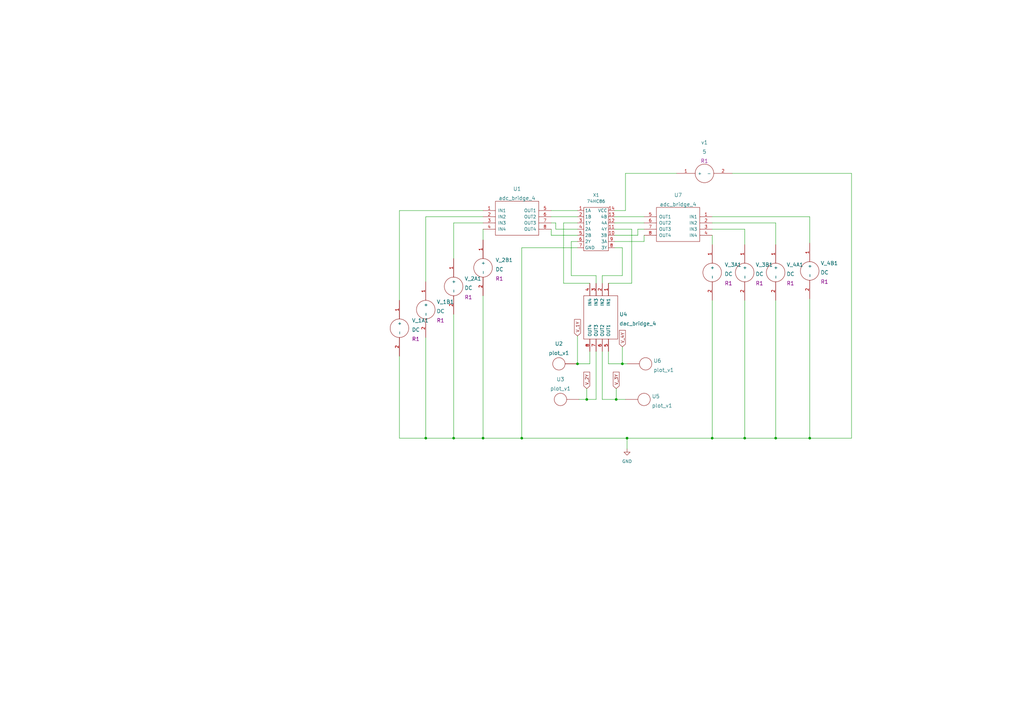
<source format=kicad_sch>
(kicad_sch (version 20211123) (generator eeschema)
  (paper "A3")
  (lib_symbols
    (symbol "eSim_Hybrid:adc_bridge_4" (pin_names (offset 1.016))
      (property "Reference" "U" (at 0 0 0))
      (property "Value" "adc_bridge_4" (at 0 7.62 0))
      (symbol "adc_bridge_4_0_1"
        (rectangle (start -8.89 8.89) (end 8.89 -5.08))
      )
      (symbol "adc_bridge_4_1_1"
        (pin input line (at -13.97 5.08 0) (length 5.08) (name "IN1") (number "1"))
        (pin input line (at -13.97 2.54 0) (length 5.08) (name "IN2") (number "2"))
        (pin input line (at -13.97 0 0) (length 5.08) (name "IN3") (number "3"))
        (pin input line (at -13.97 -2.54 0) (length 5.08) (name "IN4") (number "4"))
        (pin output line (at 13.97 5.08 180) (length 5.08) (name "OUT1") (number "5"))
        (pin output line (at 13.97 2.54 180) (length 5.08) (name "OUT2") (number "6"))
        (pin output line (at 13.97 0 180) (length 5.08) (name "OUT3") (number "7"))
        (pin output line (at 13.97 -2.54 180) (length 5.08) (name "OUT4") (number "8"))
      )
    )
    (symbol "eSim_Hybrid:dac_bridge_4" (pin_names (offset 1.016))
      (property "Reference" "U" (at 0 0 0))
      (property "Value" "dac_bridge_4" (at 0 7.62 0))
      (symbol "dac_bridge_4_0_1"
        (rectangle (start -8.89 8.89) (end 8.89 -5.08))
      )
      (symbol "dac_bridge_4_1_1"
        (pin input line (at -13.97 5.08 0) (length 5.08) (name "IN1") (number "1"))
        (pin input line (at -13.97 2.54 0) (length 5.08) (name "IN2") (number "2"))
        (pin input line (at -13.97 0 0) (length 5.08) (name "IN3") (number "3"))
        (pin input line (at -13.97 -2.54 0) (length 5.08) (name "IN4") (number "4"))
        (pin output line (at 13.97 5.08 180) (length 5.08) (name "OUT1") (number "5"))
        (pin output line (at 13.97 2.54 180) (length 5.08) (name "OUT2") (number "6"))
        (pin output line (at 13.97 0 180) (length 5.08) (name "OUT3") (number "7"))
        (pin output line (at 13.97 -2.54 180) (length 5.08) (name "OUT4") (number "8"))
      )
    )
    (symbol "eSim_Plot:plot_v1" (pin_names (offset 1.016))
      (property "Reference" "U" (at 0 12.7 0))
      (property "Value" "plot_v1" (at 5.08 8.89 0))
      (symbol "plot_v1_0_1"
        (circle (center 0 12.7) (radius 2.54))
      )
      (symbol "plot_v1_1_1"
        (pin input line (at 0 5.08 90) (length 5.08) (name "~") (number "~"))
      )
    )
    (symbol "eSim_Power:eSim_GND" (power) (pin_names (offset 0))
      (property "Value" "eSim_GND" (at 0 -3.81 0))
      (symbol "eSim_GND_0_1"
        (polyline (pts (xy 0 0) (xy 0 -1.27) (xy 1.27 -1.27) (xy 0 -2.54) (xy -1.27 -1.27) (xy 0 -1.27)))
      )
      (symbol "eSim_GND_1_1"
        (pin power_in line (at 0 0 270) (length 0) hide (name "GND") (number "1"))
      )
    )
    (symbol "eSim_Sources:DC" (pin_names (offset 1.016))
      (property "Reference" "v" (at -5.08 2.54 0))
      (property "Value" "DC" (at -5.08 -1.27 0))
      (property "Footprint" "R1" (at -7.62 0 0))
      (symbol "DC_0_1"
        (circle (center 0 0) (radius 3.81))
      )
      (symbol "DC_1_1"
        (pin power_out line (at 0 11.43 270) (length 7.62) (name "+") (number "1"))
        (pin bidirectional line (at 0 -11.43 90) (length 7.62) (name "-") (number "2"))
      )
    )
    (symbol "eSim_Subckt:74HC86"
      (property "Reference" "X" (at 0 -11.43 0))
      (property "Value" "74HC86" (at 0 10.16 0))
      (symbol "74HC86_0_1"
        (rectangle (start -5.08 8.89) (end 5.08 -8.89))
      )
      (symbol "74HC86_1_1"
        (pin input line (at -7.62 7.62 0) (length 2.54) (name "1A") (number "1"))
        (pin input line (at 7.62 -2.54 180) (length 2.54) (name "3B") (number "10"))
        (pin output line (at 7.62 0 180) (length 2.54) (name "4Y") (number "11"))
        (pin input line (at 7.62 2.54 180) (length 2.54) (name "4A") (number "12"))
        (pin input line (at 7.62 5.08 180) (length 2.54) (name "4B") (number "13"))
        (pin power_in line (at 7.62 7.62 180) (length 2.54) (name "VCC") (number "14"))
        (pin input line (at -7.62 5.08 0) (length 2.54) (name "1B") (number "2"))
        (pin output line (at -7.62 2.54 0) (length 2.54) (name "1Y") (number "3"))
        (pin input line (at -7.62 0 0) (length 2.54) (name "2A") (number "4"))
        (pin input line (at -7.62 -2.54 0) (length 2.54) (name "2B") (number "5"))
        (pin output line (at -7.62 -5.08 0) (length 2.54) (name "2Y") (number "6"))
        (pin power_in line (at -7.62 -7.62 0) (length 2.54) (name "GND") (number "7"))
        (pin output line (at 7.62 -7.62 180) (length 2.54) (name "3Y") (number "8"))
        (pin input line (at 7.62 -5.08 180) (length 2.54) (name "3A") (number "9"))
      )
    )
  )
  (junction (at 236.855 149.225))
  (junction (at 240.665 163.83))
  (junction (at 292.1 179.705))
  (junction (at 252.73 163.83))
  (junction (at 332.105 179.705))
  (junction (at 257.175 179.705))
  (junction (at 186.055 179.705))
  (junction (at 255.27 149.225))
  (junction (at 174.625 179.705))
  (junction (at 305.435 179.705))
  (junction (at 213.995 179.705))
  (junction (at 318.135 179.705))
  (junction (at 198.12 179.705))
  (wire (pts (xy 186.055 106.045) (xy 186.055 91.44)))
  (wire (pts (xy 255.27 142.24) (xy 255.27 149.225)))
  (wire (pts (xy 186.055 91.44) (xy 198.12 91.44)))
  (wire (pts (xy 226.06 93.98) (xy 226.06 96.52)))
  (wire (pts (xy 236.855 149.225) (xy 241.935 149.225)))
  (wire (pts (xy 227.965 93.98) (xy 227.965 91.44)))
  (wire (pts (xy 231.14 116.205) (xy 241.935 116.205)))
  (wire (pts (xy 174.625 179.705) (xy 186.055 179.705)))
  (wire (pts (xy 186.055 179.705) (xy 198.12 179.705)))
  (wire (pts (xy 252.095 93.98) (xy 259.08 93.98)))
  (wire (pts (xy 318.135 179.705) (xy 305.435 179.705)))
  (wire (pts (xy 252.73 163.83) (xy 247.015 163.83)))
  (wire (pts (xy 261.62 93.98) (xy 261.62 96.52)))
  (wire (pts (xy 186.055 128.905) (xy 186.055 179.705)))
  (wire (pts (xy 249.555 149.225) (xy 249.555 144.145)))
  (wire (pts (xy 244.475 163.83) (xy 244.475 144.145)))
  (wire (pts (xy 256.54 163.83) (xy 252.73 163.83)))
  (wire (pts (xy 247.015 113.03) (xy 247.015 116.205)))
  (wire (pts (xy 247.015 163.83) (xy 247.015 144.145)))
  (wire (pts (xy 332.105 99.695) (xy 332.105 88.9)))
  (wire (pts (xy 256.54 86.36) (xy 256.54 71.12)))
  (wire (pts (xy 240.665 163.83) (xy 244.475 163.83)))
  (wire (pts (xy 234.315 113.03) (xy 244.475 113.03)))
  (wire (pts (xy 241.935 149.225) (xy 241.935 144.145)))
  (wire (pts (xy 252.095 96.52) (xy 261.62 96.52)))
  (wire (pts (xy 264.16 93.98) (xy 261.62 93.98)))
  (wire (pts (xy 236.855 101.6) (xy 213.995 101.6)))
  (wire (pts (xy 174.625 88.9) (xy 198.12 88.9)))
  (wire (pts (xy 332.105 122.555) (xy 332.105 179.705)))
  (wire (pts (xy 318.135 123.19) (xy 318.135 179.705)))
  (wire (pts (xy 252.095 99.06) (xy 264.16 99.06)))
  (wire (pts (xy 234.315 99.06) (xy 234.315 113.03)))
  (wire (pts (xy 198.12 121.285) (xy 198.12 179.705)))
  (wire (pts (xy 252.095 101.6) (xy 255.27 101.6)))
  (wire (pts (xy 236.855 99.06) (xy 234.315 99.06)))
  (wire (pts (xy 244.475 113.03) (xy 244.475 116.205)))
  (wire (pts (xy 257.175 179.705) (xy 292.1 179.705)))
  (wire (pts (xy 300.355 71.12) (xy 349.25 71.12)))
  (wire (pts (xy 256.54 71.12) (xy 277.495 71.12)))
  (wire (pts (xy 332.105 179.705) (xy 318.135 179.705)))
  (wire (pts (xy 213.995 179.705) (xy 257.175 179.705)))
  (wire (pts (xy 257.175 179.705) (xy 257.175 184.15)))
  (wire (pts (xy 163.83 179.705) (xy 174.625 179.705)))
  (wire (pts (xy 226.06 96.52) (xy 236.855 96.52)))
  (wire (pts (xy 213.995 101.6) (xy 213.995 179.705)))
  (wire (pts (xy 305.435 100.33) (xy 305.435 93.98)))
  (wire (pts (xy 305.435 123.19) (xy 305.435 179.705)))
  (wire (pts (xy 227.965 91.44) (xy 226.06 91.44)))
  (wire (pts (xy 236.855 137.795) (xy 236.855 149.225)))
  (wire (pts (xy 318.135 91.44) (xy 292.1 91.44)))
  (wire (pts (xy 255.27 149.225) (xy 249.555 149.225)))
  (wire (pts (xy 163.83 146.05) (xy 163.83 179.705)))
  (wire (pts (xy 163.83 86.36) (xy 198.12 86.36)))
  (wire (pts (xy 255.27 113.03) (xy 247.015 113.03)))
  (wire (pts (xy 292.1 179.705) (xy 292.1 123.19)))
  (wire (pts (xy 237.49 163.83) (xy 240.665 163.83)))
  (wire (pts (xy 226.06 88.9) (xy 236.855 88.9)))
  (wire (pts (xy 292.1 88.9) (xy 332.105 88.9)))
  (wire (pts (xy 252.095 91.44) (xy 264.16 91.44)))
  (wire (pts (xy 236.855 93.98) (xy 227.965 93.98)))
  (wire (pts (xy 259.08 116.205) (xy 249.555 116.205)))
  (wire (pts (xy 231.14 91.44) (xy 236.855 91.44)))
  (wire (pts (xy 349.25 179.705) (xy 332.105 179.705)))
  (wire (pts (xy 198.12 93.98) (xy 198.12 98.425)))
  (wire (pts (xy 257.175 149.225) (xy 255.27 149.225)))
  (wire (pts (xy 318.135 100.33) (xy 318.135 91.44)))
  (wire (pts (xy 349.25 71.12) (xy 349.25 179.705)))
  (wire (pts (xy 305.435 179.705) (xy 292.1 179.705)))
  (wire (pts (xy 252.095 88.9) (xy 264.16 88.9)))
  (wire (pts (xy 231.14 91.44) (xy 231.14 116.205)))
  (wire (pts (xy 264.16 99.06) (xy 264.16 96.52)))
  (wire (pts (xy 255.27 101.6) (xy 255.27 113.03)))
  (wire (pts (xy 163.83 123.19) (xy 163.83 86.36)))
  (wire (pts (xy 305.435 93.98) (xy 292.1 93.98)))
  (wire (pts (xy 226.06 86.36) (xy 236.855 86.36)))
  (wire (pts (xy 252.095 86.36) (xy 256.54 86.36)))
  (wire (pts (xy 259.08 93.98) (xy 259.08 116.205)))
  (wire (pts (xy 174.625 115.57) (xy 174.625 88.9)))
  (wire (pts (xy 174.625 138.43) (xy 174.625 179.705)))
  (wire (pts (xy 292.1 96.52) (xy 292.1 100.33)))
  (wire (pts (xy 252.73 159.385) (xy 252.73 163.83)))
  (wire (pts (xy 240.665 159.385) (xy 240.665 163.83)))
  (wire (pts (xy 198.12 179.705) (xy 213.995 179.705)))
  (global_label "V_2Y" (shape input) (at 240.665 159.385 90) (property "Intersheet References" "${INTERSHEET_REFS}" (effects hide)))
  (global_label "V_1Y" (shape input) (at 236.855 137.795 90) (property "Intersheet References" "${INTERSHEET_REFS}" (effects hide)))
  (global_label "V_4Y" (shape input) (at 255.27 142.24 90) (property "Intersheet References" "${INTERSHEET_REFS}" (effects hide)))
  (global_label "V_3Y" (shape input) (at 252.73 159.385 90) (property "Intersheet References" "${INTERSHEET_REFS}" (effects hide)))
  (symbol (lib_id "eSim_Power:eSim_GND") (at 257.175 184.15 0) (unit 1)
    (property "Reference" "#PWR01" (effects hide))
    (property "Value" "eSim_GND" (at 257.175 189.23 0))
  )
  (symbol (lib_id "eSim_Sources:DC") (at 305.435 111.76 0) (unit 1)
    (property "Reference" "V_3B1" (at 309.88 108.585 0) (effects (font (size 1.524 1.524)) (justify left)))
    (property "Value" "DC" (at 309.88 112.395 0) (effects (font (size 1.524 1.524)) (justify left)))
    (property "Footprint" "R1" (at 309.88 116.205 0) (effects (font (size 1.524 1.524)) (justify left)))
  )
  (symbol (lib_id "eSim_Sources:DC") (at 186.055 117.475 0) (unit 1)
    (property "Reference" "V_2A1" (at 190.5 114.3 0) (effects (font (size 1.524 1.524)) (justify left)))
    (property "Value" "DC" (at 190.5 118.11 0) (effects (font (size 1.524 1.524)) (justify left)))
    (property "Footprint" "R1" (at 190.5 121.92 0) (effects (font (size 1.524 1.524)) (justify left)))
  )
  (symbol (lib_id "eSim_Sources:DC") (at 174.625 127 0) (unit 1)
    (property "Reference" "V_1B1" (at 179.07 123.825 0) (effects (font (size 1.524 1.524)) (justify left)))
    (property "Value" "DC" (at 179.07 127.635 0) (effects (font (size 1.524 1.524)) (justify left)))
    (property "Footprint" "R1" (at 179.07 131.445 0) (effects (font (size 1.524 1.524)) (justify left)))
  )
  (symbol (lib_id "eSim_Subckt:74HC86") (at 244.475 93.98 0) (unit 1)
    (property "Reference" "X1" (at 244.475 80.01 0))
    (property "Value" "74HC86" (at 244.475 82.55 0))
  )
  (symbol (lib_id "eSim_Plot:plot_v1") (at 241.935 149.225 90) (unit 1)
    (property "Reference" "U2" (at 229.235 140.97 90) (effects (font (size 1.524 1.524))))
    (property "Value" "plot_v1" (at 229.235 144.78 90) (effects (font (size 1.524 1.524))))
  )
  (symbol (lib_id "eSim_Plot:plot_v1") (at 242.57 163.83 90) (unit 1)
    (property "Reference" "U3" (at 229.87 155.575 90) (effects (font (size 1.524 1.524))))
    (property "Value" "plot_v1" (at 229.87 159.385 90) (effects (font (size 1.524 1.524))))
  )
  (symbol (lib_id "eSim_Sources:DC") (at 288.925 71.12 90) (unit 1)
    (property "Reference" "v1" (at 288.925 58.42 90) (effects (font (size 1.524 1.524))))
    (property "Value" "5" (at 288.925 62.23 90) (effects (font (size 1.524 1.524))))
    (property "Footprint" "R1" (at 288.925 66.04 90) (effects (font (size 1.524 1.524))))
  )
  (symbol (lib_id "eSim_Sources:DC") (at 318.135 111.76 0) (unit 1)
    (property "Reference" "V_4A1" (at 322.58 108.585 0) (effects (font (size 1.524 1.524)) (justify left)))
    (property "Value" "DC" (at 322.58 112.395 0) (effects (font (size 1.524 1.524)) (justify left)))
    (property "Footprint" "R1" (at 322.58 116.205 0) (effects (font (size 1.524 1.524)) (justify left)))
  )
  (symbol (lib_id "eSim_Hybrid:dac_bridge_4") (at 244.475 130.175 270) (unit 1)
    (property "Reference" "U4" (at 254 128.905 90) (effects (font (size 1.524 1.524)) (justify left)))
    (property "Value" "dac_bridge_4" (at 254 132.715 90) (effects (font (size 1.524 1.524)) (justify left)))
  )
  (symbol (lib_id "eSim_Sources:DC") (at 198.12 109.855 0) (unit 1)
    (property "Reference" "V_2B1" (at 203.2 106.68 0) (effects (font (size 1.524 1.524)) (justify left)))
    (property "Value" "DC" (at 203.2 110.49 0) (effects (font (size 1.524 1.524)) (justify left)))
    (property "Footprint" "R1" (at 203.2 114.3 0) (effects (font (size 1.524 1.524)) (justify left)))
  )
  (symbol (lib_id "eSim_Plot:plot_v1") (at 251.46 163.83 270) (unit 1)
    (property "Reference" "U5" (at 267.335 162.56 90) (effects (font (size 1.524 1.524)) (justify left)))
    (property "Value" "plot_v1" (at 267.335 166.37 90) (effects (font (size 1.524 1.524)) (justify left)))
  )
  (symbol (lib_id "eSim_Sources:DC") (at 292.1 111.76 0) (unit 1)
    (property "Reference" "V_3A1" (at 297.18 108.585 0) (effects (font (size 1.524 1.524)) (justify left)))
    (property "Value" "DC" (at 297.18 112.395 0) (effects (font (size 1.524 1.524)) (justify left)))
    (property "Footprint" "R1" (at 297.18 116.205 0) (effects (font (size 1.524 1.524)) (justify left)))
  )
  (symbol (lib_id "eSim_Hybrid:adc_bridge_4") (at 278.13 93.98 0) (mirror y) (unit 1)
    (property "Reference" "U7" (at 278.13 80.01 0) (effects (font (size 1.524 1.524))))
    (property "Value" "adc_bridge_4" (at 278.13 83.82 0) (effects (font (size 1.524 1.524))))
  )
  (symbol (lib_id "eSim_Plot:plot_v1") (at 252.095 149.225 270) (unit 1)
    (property "Reference" "U6" (at 267.97 147.955 90) (effects (font (size 1.524 1.524)) (justify left)))
    (property "Value" "plot_v1" (at 267.97 151.765 90) (effects (font (size 1.524 1.524)) (justify left)))
  )
  (symbol (lib_id "eSim_Sources:DC") (at 163.83 134.62 0) (unit 1)
    (property "Reference" "V_1A1" (at 168.91 131.445 0) (effects (font (size 1.524 1.524)) (justify left)))
    (property "Value" "DC" (at 168.91 135.255 0) (effects (font (size 1.524 1.524)) (justify left)))
    (property "Footprint" "R1" (at 168.91 139.065 0) (effects (font (size 1.524 1.524)) (justify left)))
  )
  (symbol (lib_id "eSim_Sources:DC") (at 332.105 111.125 0) (unit 1)
    (property "Reference" "V_4B1" (at 336.55 107.95 0) (effects (font (size 1.524 1.524)) (justify left)))
    (property "Value" "DC" (at 336.55 111.76 0) (effects (font (size 1.524 1.524)) (justify left)))
    (property "Footprint" "R1" (at 336.55 115.57 0) (effects (font (size 1.524 1.524)) (justify left)))
  )
  (symbol (lib_id "eSim_Hybrid:adc_bridge_4") (at 212.09 91.44 0) (unit 1)
    (property "Reference" "U1" (at 212.09 77.47 0) (effects (font (size 1.524 1.524))))
    (property "Value" "adc_bridge_4" (at 212.09 81.28 0) (effects (font (size 1.524 1.524))))
  )
)
</source>
